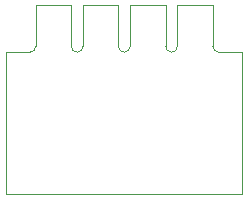
<source format=gbr>
%TF.GenerationSoftware,KiCad,Pcbnew,7.0.2-6a45011f42~172~ubuntu22.04.1*%
%TF.CreationDate,2023-05-29T23:07:21+12:00*%
%TF.ProjectId,THE_BRAWN-20A_POWER,5448455f-4252-4415-974e-2d3230415f50,v2.0*%
%TF.SameCoordinates,Original*%
%TF.FileFunction,Profile,NP*%
%FSLAX46Y46*%
G04 Gerber Fmt 4.6, Leading zero omitted, Abs format (unit mm)*
G04 Created by KiCad (PCBNEW 7.0.2-6a45011f42~172~ubuntu22.04.1) date 2023-05-29 23:07:21*
%MOMM*%
%LPD*%
G01*
G04 APERTURE LIST*
%TA.AperFunction,Profile*%
%ADD10C,0.050000*%
%TD*%
G04 APERTURE END LIST*
D10*
X149000000Y-148750000D02*
X149000000Y-152250000D01*
X138000000Y-148750000D02*
X138000000Y-152250000D01*
X153000000Y-148750000D02*
X153000000Y-152250000D01*
X155500000Y-152750000D02*
X155500000Y-164750000D01*
X141000000Y-148750000D02*
X141000000Y-152250000D01*
X145500000Y-152750000D02*
G75*
G03*
X146000000Y-152250000I0J500000D01*
G01*
X135500000Y-152750000D02*
X135500000Y-164750000D01*
X138000000Y-148750000D02*
X141000000Y-148750000D01*
X149000000Y-152250000D02*
G75*
G03*
X149500000Y-152750000I500000J0D01*
G01*
X141000000Y-152250000D02*
G75*
G03*
X141500000Y-152750000I500000J0D01*
G01*
X142000000Y-148750000D02*
X142000000Y-152250000D01*
X135500000Y-152750000D02*
X137500000Y-152750000D01*
X142000000Y-148750000D02*
X145000000Y-148750000D01*
X137500000Y-152750000D02*
G75*
G03*
X138000000Y-152250000I0J500000D01*
G01*
X150000000Y-148750000D02*
X153000000Y-148750000D01*
X155500000Y-164750000D02*
X135500000Y-164750000D01*
X153000000Y-152250000D02*
G75*
G03*
X153500000Y-152750000I500000J0D01*
G01*
X149500000Y-152750000D02*
G75*
G03*
X150000000Y-152250000I0J500000D01*
G01*
X150000000Y-148750000D02*
X150000000Y-152250000D01*
X146000000Y-148750000D02*
X149000000Y-148750000D01*
X146000000Y-148750000D02*
X146000000Y-152250000D01*
X141500000Y-152750000D02*
G75*
G03*
X142000000Y-152250000I0J500000D01*
G01*
X145000000Y-148750000D02*
X145000000Y-152250000D01*
X153500000Y-152750000D02*
X155500000Y-152750000D01*
X145000000Y-152250000D02*
G75*
G03*
X145500000Y-152750000I500000J0D01*
G01*
M02*

</source>
